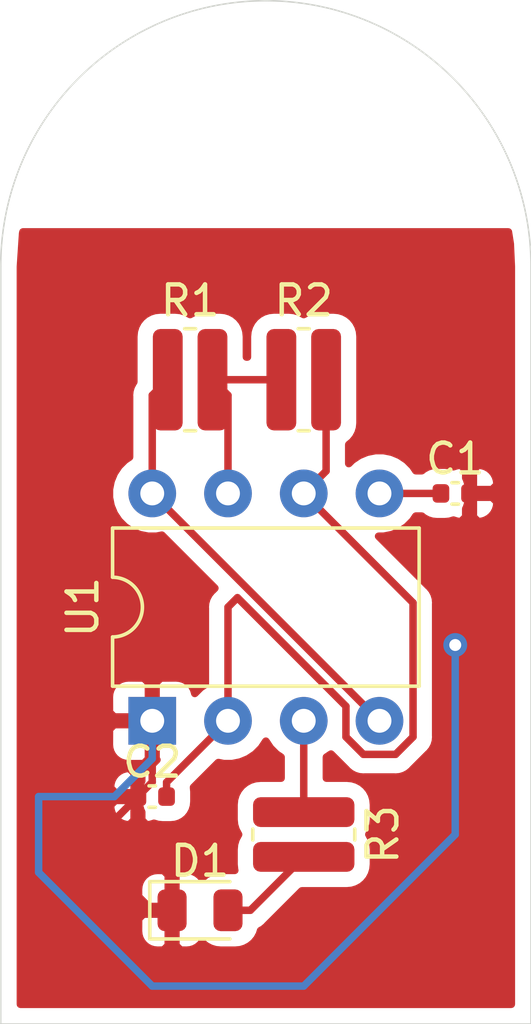
<source format=kicad_pcb>
(kicad_pcb (version 20171130) (host pcbnew 5.99.0+really5.1.10+dfsg1-1)

  (general
    (thickness 1.6)
    (drawings 4)
    (tracks 42)
    (zones 0)
    (modules 7)
    (nets 8)
  )

  (page A4)
  (layers
    (0 F.Cu signal)
    (31 B.Cu signal)
    (32 B.Adhes user)
    (33 F.Adhes user)
    (34 B.Paste user)
    (35 F.Paste user)
    (36 B.SilkS user)
    (37 F.SilkS user)
    (38 B.Mask user)
    (39 F.Mask user)
    (40 Dwgs.User user)
    (41 Cmts.User user)
    (42 Eco1.User user)
    (43 Eco2.User user)
    (44 Edge.Cuts user)
    (45 Margin user)
    (46 B.CrtYd user)
    (47 F.CrtYd user)
    (48 B.Fab user)
    (49 F.Fab user)
  )

  (setup
    (last_trace_width 0.25)
    (trace_clearance 0.2)
    (zone_clearance 0.508)
    (zone_45_only no)
    (trace_min 0.2)
    (via_size 0.8)
    (via_drill 0.4)
    (via_min_size 0.4)
    (via_min_drill 0.3)
    (uvia_size 0.3)
    (uvia_drill 0.1)
    (uvias_allowed no)
    (uvia_min_size 0.2)
    (uvia_min_drill 0.1)
    (edge_width 0.05)
    (segment_width 0.2)
    (pcb_text_width 0.3)
    (pcb_text_size 1.5 1.5)
    (mod_edge_width 0.12)
    (mod_text_size 1 1)
    (mod_text_width 0.15)
    (pad_size 1.524 1.524)
    (pad_drill 0.762)
    (pad_to_mask_clearance 0)
    (aux_axis_origin 0 0)
    (visible_elements FFFFFF7F)
    (pcbplotparams
      (layerselection 0x010fc_ffffffff)
      (usegerberextensions false)
      (usegerberattributes true)
      (usegerberadvancedattributes true)
      (creategerberjobfile true)
      (excludeedgelayer true)
      (linewidth 0.100000)
      (plotframeref false)
      (viasonmask false)
      (mode 1)
      (useauxorigin false)
      (hpglpennumber 1)
      (hpglpenspeed 20)
      (hpglpendiameter 15.000000)
      (psnegative false)
      (psa4output false)
      (plotreference true)
      (plotvalue true)
      (plotinvisibletext false)
      (padsonsilk false)
      (subtractmaskfromsilk false)
      (outputformat 1)
      (mirror false)
      (drillshape 1)
      (scaleselection 1)
      (outputdirectory ""))
  )

  (net 0 "")
  (net 1 "Net-(C1-Pad1)")
  (net 2 GND)
  (net 3 "Net-(C2-Pad2)")
  (net 4 "Net-(D1-Pad2)")
  (net 5 VDD)
  (net 6 "Net-(R1-Pad2)")
  (net 7 "Net-(R3-Pad1)")

  (net_class Default "This is the default net class."
    (clearance 0.2)
    (trace_width 0.25)
    (via_dia 0.8)
    (via_drill 0.4)
    (uvia_dia 0.3)
    (uvia_drill 0.1)
    (add_net GND)
    (add_net "Net-(C1-Pad1)")
    (add_net "Net-(C2-Pad2)")
    (add_net "Net-(D1-Pad2)")
    (add_net "Net-(R1-Pad2)")
    (add_net "Net-(R3-Pad1)")
    (add_net VDD)
  )

  (module Capacitor_SMD:C_0402_1005Metric (layer F.Cu) (tedit 5F68FEEE) (tstamp 619049CF)
    (at 106.68 67.31)
    (descr "Capacitor SMD 0402 (1005 Metric), square (rectangular) end terminal, IPC_7351 nominal, (Body size source: IPC-SM-782 page 76, https://www.pcb-3d.com/wordpress/wp-content/uploads/ipc-sm-782a_amendment_1_and_2.pdf), generated with kicad-footprint-generator")
    (tags capacitor)
    (path /61900F81)
    (attr smd)
    (fp_text reference C2 (at 0 -1.16) (layer F.SilkS)
      (effects (font (size 1 1) (thickness 0.15)))
    )
    (fp_text value 103 (at 0 1.16) (layer F.Fab)
      (effects (font (size 1 1) (thickness 0.15)))
    )
    (fp_text user %R (at 0 0) (layer F.Fab)
      (effects (font (size 0.25 0.25) (thickness 0.04)))
    )
    (fp_line (start -0.5 0.25) (end -0.5 -0.25) (layer F.Fab) (width 0.1))
    (fp_line (start -0.5 -0.25) (end 0.5 -0.25) (layer F.Fab) (width 0.1))
    (fp_line (start 0.5 -0.25) (end 0.5 0.25) (layer F.Fab) (width 0.1))
    (fp_line (start 0.5 0.25) (end -0.5 0.25) (layer F.Fab) (width 0.1))
    (fp_line (start -0.107836 -0.36) (end 0.107836 -0.36) (layer F.SilkS) (width 0.12))
    (fp_line (start -0.107836 0.36) (end 0.107836 0.36) (layer F.SilkS) (width 0.12))
    (fp_line (start -0.91 0.46) (end -0.91 -0.46) (layer F.CrtYd) (width 0.05))
    (fp_line (start -0.91 -0.46) (end 0.91 -0.46) (layer F.CrtYd) (width 0.05))
    (fp_line (start 0.91 -0.46) (end 0.91 0.46) (layer F.CrtYd) (width 0.05))
    (fp_line (start 0.91 0.46) (end -0.91 0.46) (layer F.CrtYd) (width 0.05))
    (pad 2 smd roundrect (at 0.48 0) (size 0.56 0.62) (layers F.Cu F.Paste F.Mask) (roundrect_rratio 0.25)
      (net 3 "Net-(C2-Pad2)"))
    (pad 1 smd roundrect (at -0.48 0) (size 0.56 0.62) (layers F.Cu F.Paste F.Mask) (roundrect_rratio 0.25)
      (net 2 GND))
    (model ${KISYS3DMOD}/Capacitor_SMD.3dshapes/C_0402_1005Metric.wrl
      (at (xyz 0 0 0))
      (scale (xyz 1 1 1))
      (rotate (xyz 0 0 0))
    )
  )

  (module Capacitor_SMD:C_0402_1005Metric (layer F.Cu) (tedit 5F68FEEE) (tstamp 619049AB)
    (at 116.84 57.15)
    (descr "Capacitor SMD 0402 (1005 Metric), square (rectangular) end terminal, IPC_7351 nominal, (Body size source: IPC-SM-782 page 76, https://www.pcb-3d.com/wordpress/wp-content/uploads/ipc-sm-782a_amendment_1_and_2.pdf), generated with kicad-footprint-generator")
    (tags capacitor)
    (path /619075E7)
    (attr smd)
    (fp_text reference C1 (at 0 -1.16) (layer F.SilkS)
      (effects (font (size 1 1) (thickness 0.15)))
    )
    (fp_text value "0.1 uf" (at 0 1.16) (layer F.Fab)
      (effects (font (size 1 1) (thickness 0.15)))
    )
    (fp_line (start 0.91 0.46) (end -0.91 0.46) (layer F.CrtYd) (width 0.05))
    (fp_line (start 0.91 -0.46) (end 0.91 0.46) (layer F.CrtYd) (width 0.05))
    (fp_line (start -0.91 -0.46) (end 0.91 -0.46) (layer F.CrtYd) (width 0.05))
    (fp_line (start -0.91 0.46) (end -0.91 -0.46) (layer F.CrtYd) (width 0.05))
    (fp_line (start -0.107836 0.36) (end 0.107836 0.36) (layer F.SilkS) (width 0.12))
    (fp_line (start -0.107836 -0.36) (end 0.107836 -0.36) (layer F.SilkS) (width 0.12))
    (fp_line (start 0.5 0.25) (end -0.5 0.25) (layer F.Fab) (width 0.1))
    (fp_line (start 0.5 -0.25) (end 0.5 0.25) (layer F.Fab) (width 0.1))
    (fp_line (start -0.5 -0.25) (end 0.5 -0.25) (layer F.Fab) (width 0.1))
    (fp_line (start -0.5 0.25) (end -0.5 -0.25) (layer F.Fab) (width 0.1))
    (fp_text user %R (at 0 0) (layer F.Fab)
      (effects (font (size 0.25 0.25) (thickness 0.04)))
    )
    (pad 1 smd roundrect (at -0.48 0) (size 0.56 0.62) (layers F.Cu F.Paste F.Mask) (roundrect_rratio 0.25)
      (net 1 "Net-(C1-Pad1)"))
    (pad 2 smd roundrect (at 0.48 0) (size 0.56 0.62) (layers F.Cu F.Paste F.Mask) (roundrect_rratio 0.25)
      (net 2 GND))
    (model ${KISYS3DMOD}/Capacitor_SMD.3dshapes/C_0402_1005Metric.wrl
      (at (xyz 0 0 0))
      (scale (xyz 1 1 1))
      (rotate (xyz 0 0 0))
    )
  )

  (module LED_SMD:LED_0805_2012Metric (layer F.Cu) (tedit 5F68FEF1) (tstamp 61904FD2)
    (at 108.2825 71.12)
    (descr "LED SMD 0805 (2012 Metric), square (rectangular) end terminal, IPC_7351 nominal, (Body size source: https://docs.google.com/spreadsheets/d/1BsfQQcO9C6DZCsRaXUlFlo91Tg2WpOkGARC1WS5S8t0/edit?usp=sharing), generated with kicad-footprint-generator")
    (tags LED)
    (path /619022F8)
    (attr smd)
    (fp_text reference D1 (at 0 -1.65) (layer F.SilkS)
      (effects (font (size 1 1) (thickness 0.15)))
    )
    (fp_text value LED (at 0 1.65) (layer F.Fab)
      (effects (font (size 1 1) (thickness 0.15)))
    )
    (fp_line (start 1.68 0.95) (end -1.68 0.95) (layer F.CrtYd) (width 0.05))
    (fp_line (start 1.68 -0.95) (end 1.68 0.95) (layer F.CrtYd) (width 0.05))
    (fp_line (start -1.68 -0.95) (end 1.68 -0.95) (layer F.CrtYd) (width 0.05))
    (fp_line (start -1.68 0.95) (end -1.68 -0.95) (layer F.CrtYd) (width 0.05))
    (fp_line (start -1.685 0.96) (end 1 0.96) (layer F.SilkS) (width 0.12))
    (fp_line (start -1.685 -0.96) (end -1.685 0.96) (layer F.SilkS) (width 0.12))
    (fp_line (start 1 -0.96) (end -1.685 -0.96) (layer F.SilkS) (width 0.12))
    (fp_line (start 1 0.6) (end 1 -0.6) (layer F.Fab) (width 0.1))
    (fp_line (start -1 0.6) (end 1 0.6) (layer F.Fab) (width 0.1))
    (fp_line (start -1 -0.3) (end -1 0.6) (layer F.Fab) (width 0.1))
    (fp_line (start -0.7 -0.6) (end -1 -0.3) (layer F.Fab) (width 0.1))
    (fp_line (start 1 -0.6) (end -0.7 -0.6) (layer F.Fab) (width 0.1))
    (fp_text user %R (at 0 0) (layer F.Fab)
      (effects (font (size 0.5 0.5) (thickness 0.08)))
    )
    (pad 1 smd roundrect (at -0.9375 0) (size 0.975 1.4) (layers F.Cu F.Paste F.Mask) (roundrect_rratio 0.25)
      (net 2 GND))
    (pad 2 smd roundrect (at 0.9375 0) (size 0.975 1.4) (layers F.Cu F.Paste F.Mask) (roundrect_rratio 0.25)
      (net 4 "Net-(D1-Pad2)"))
    (model ${KISYS3DMOD}/LED_SMD.3dshapes/LED_0805_2012Metric.wrl
      (at (xyz 0 0 0))
      (scale (xyz 1 1 1))
      (rotate (xyz 0 0 0))
    )
  )

  (module Resistor_SMD:R_0612_1632Metric (layer F.Cu) (tedit 5F68FEEE) (tstamp 619049F3)
    (at 107.95 53.34)
    (descr "Resistor SMD 0612 (1632 Metric), square (rectangular) end terminal, IPC_7351 nominal, (Body size source: https://www.vishay.com/docs/20019/rcwe.pdf), generated with kicad-footprint-generator")
    (tags resistor)
    (path /618FF933)
    (attr smd)
    (fp_text reference R1 (at 0 -2.65) (layer F.SilkS)
      (effects (font (size 1 1) (thickness 0.15)))
    )
    (fp_text value 1K (at 0 2.65) (layer F.Fab)
      (effects (font (size 1 1) (thickness 0.15)))
    )
    (fp_line (start 1.5 1.95) (end -1.5 1.95) (layer F.CrtYd) (width 0.05))
    (fp_line (start 1.5 -1.95) (end 1.5 1.95) (layer F.CrtYd) (width 0.05))
    (fp_line (start -1.5 -1.95) (end 1.5 -1.95) (layer F.CrtYd) (width 0.05))
    (fp_line (start -1.5 1.95) (end -1.5 -1.95) (layer F.CrtYd) (width 0.05))
    (fp_line (start -0.182983 1.71) (end 0.182983 1.71) (layer F.SilkS) (width 0.12))
    (fp_line (start -0.182983 -1.71) (end 0.182983 -1.71) (layer F.SilkS) (width 0.12))
    (fp_line (start 0.8 1.6) (end -0.8 1.6) (layer F.Fab) (width 0.1))
    (fp_line (start 0.8 -1.6) (end 0.8 1.6) (layer F.Fab) (width 0.1))
    (fp_line (start -0.8 -1.6) (end 0.8 -1.6) (layer F.Fab) (width 0.1))
    (fp_line (start -0.8 1.6) (end -0.8 -1.6) (layer F.Fab) (width 0.1))
    (fp_text user %R (at 0 0) (layer F.Fab)
      (effects (font (size 0.4 0.4) (thickness 0.06)))
    )
    (pad 1 smd roundrect (at -0.75 0) (size 1 3.4) (layers F.Cu F.Paste F.Mask) (roundrect_rratio 0.25)
      (net 5 VDD))
    (pad 2 smd roundrect (at 0.75 0) (size 1 3.4) (layers F.Cu F.Paste F.Mask) (roundrect_rratio 0.25)
      (net 6 "Net-(R1-Pad2)"))
    (model ${KISYS3DMOD}/Resistor_SMD.3dshapes/R_0612_1632Metric.wrl
      (at (xyz 0 0 0))
      (scale (xyz 1 1 1))
      (rotate (xyz 0 0 0))
    )
  )

  (module Resistor_SMD:R_0612_1632Metric (layer F.Cu) (tedit 5F68FEEE) (tstamp 6190508F)
    (at 111.76 53.34)
    (descr "Resistor SMD 0612 (1632 Metric), square (rectangular) end terminal, IPC_7351 nominal, (Body size source: https://www.vishay.com/docs/20019/rcwe.pdf), generated with kicad-footprint-generator")
    (tags resistor)
    (path /61900228)
    (attr smd)
    (fp_text reference R2 (at 0 -2.65) (layer F.SilkS)
      (effects (font (size 1 1) (thickness 0.15)))
    )
    (fp_text value 100K (at 0 2.65) (layer F.Fab)
      (effects (font (size 1 1) (thickness 0.15)))
    )
    (fp_text user %R (at 0 0) (layer F.Fab)
      (effects (font (size 0.4 0.4) (thickness 0.06)))
    )
    (fp_line (start -0.8 1.6) (end -0.8 -1.6) (layer F.Fab) (width 0.1))
    (fp_line (start -0.8 -1.6) (end 0.8 -1.6) (layer F.Fab) (width 0.1))
    (fp_line (start 0.8 -1.6) (end 0.8 1.6) (layer F.Fab) (width 0.1))
    (fp_line (start 0.8 1.6) (end -0.8 1.6) (layer F.Fab) (width 0.1))
    (fp_line (start -0.182983 -1.71) (end 0.182983 -1.71) (layer F.SilkS) (width 0.12))
    (fp_line (start -0.182983 1.71) (end 0.182983 1.71) (layer F.SilkS) (width 0.12))
    (fp_line (start -1.5 1.95) (end -1.5 -1.95) (layer F.CrtYd) (width 0.05))
    (fp_line (start -1.5 -1.95) (end 1.5 -1.95) (layer F.CrtYd) (width 0.05))
    (fp_line (start 1.5 -1.95) (end 1.5 1.95) (layer F.CrtYd) (width 0.05))
    (fp_line (start 1.5 1.95) (end -1.5 1.95) (layer F.CrtYd) (width 0.05))
    (pad 2 smd roundrect (at 0.75 0) (size 1 3.4) (layers F.Cu F.Paste F.Mask) (roundrect_rratio 0.25)
      (net 3 "Net-(C2-Pad2)"))
    (pad 1 smd roundrect (at -0.75 0) (size 1 3.4) (layers F.Cu F.Paste F.Mask) (roundrect_rratio 0.25)
      (net 6 "Net-(R1-Pad2)"))
    (model ${KISYS3DMOD}/Resistor_SMD.3dshapes/R_0612_1632Metric.wrl
      (at (xyz 0 0 0))
      (scale (xyz 1 1 1))
      (rotate (xyz 0 0 0))
    )
  )

  (module Resistor_SMD:R_0612_1632Metric (layer F.Cu) (tedit 5F68FEEE) (tstamp 61904A15)
    (at 111.76 68.58 270)
    (descr "Resistor SMD 0612 (1632 Metric), square (rectangular) end terminal, IPC_7351 nominal, (Body size source: https://www.vishay.com/docs/20019/rcwe.pdf), generated with kicad-footprint-generator")
    (tags resistor)
    (path /61901D55)
    (attr smd)
    (fp_text reference R3 (at 0 -2.65 90) (layer F.SilkS)
      (effects (font (size 1 1) (thickness 0.15)))
    )
    (fp_text value 100 (at 0 2.65 90) (layer F.Fab)
      (effects (font (size 1 1) (thickness 0.15)))
    )
    (fp_line (start 1.5 1.95) (end -1.5 1.95) (layer F.CrtYd) (width 0.05))
    (fp_line (start 1.5 -1.95) (end 1.5 1.95) (layer F.CrtYd) (width 0.05))
    (fp_line (start -1.5 -1.95) (end 1.5 -1.95) (layer F.CrtYd) (width 0.05))
    (fp_line (start -1.5 1.95) (end -1.5 -1.95) (layer F.CrtYd) (width 0.05))
    (fp_line (start -0.182983 1.71) (end 0.182983 1.71) (layer F.SilkS) (width 0.12))
    (fp_line (start -0.182983 -1.71) (end 0.182983 -1.71) (layer F.SilkS) (width 0.12))
    (fp_line (start 0.8 1.6) (end -0.8 1.6) (layer F.Fab) (width 0.1))
    (fp_line (start 0.8 -1.6) (end 0.8 1.6) (layer F.Fab) (width 0.1))
    (fp_line (start -0.8 -1.6) (end 0.8 -1.6) (layer F.Fab) (width 0.1))
    (fp_line (start -0.8 1.6) (end -0.8 -1.6) (layer F.Fab) (width 0.1))
    (fp_text user %R (at 0 0 90) (layer F.Fab)
      (effects (font (size 0.4 0.4) (thickness 0.06)))
    )
    (pad 1 smd roundrect (at -0.75 0 270) (size 1 3.4) (layers F.Cu F.Paste F.Mask) (roundrect_rratio 0.25)
      (net 7 "Net-(R3-Pad1)"))
    (pad 2 smd roundrect (at 0.75 0 270) (size 1 3.4) (layers F.Cu F.Paste F.Mask) (roundrect_rratio 0.25)
      (net 4 "Net-(D1-Pad2)"))
    (model ${KISYS3DMOD}/Resistor_SMD.3dshapes/R_0612_1632Metric.wrl
      (at (xyz 0 0 0))
      (scale (xyz 1 1 1))
      (rotate (xyz 0 0 0))
    )
  )

  (module Package_DIP:DIP-8_W7.62mm (layer F.Cu) (tedit 5A02E8C5) (tstamp 61904A31)
    (at 106.68 64.77 90)
    (descr "8-lead though-hole mounted DIP package, row spacing 7.62 mm (300 mils)")
    (tags "THT DIP DIL PDIP 2.54mm 7.62mm 300mil")
    (path /618FEACF)
    (fp_text reference U1 (at 3.81 -2.33 90) (layer F.SilkS)
      (effects (font (size 1 1) (thickness 0.15)))
    )
    (fp_text value NE555P (at 3.81 9.95 90) (layer F.Fab)
      (effects (font (size 1 1) (thickness 0.15)))
    )
    (fp_line (start 8.7 -1.55) (end -1.1 -1.55) (layer F.CrtYd) (width 0.05))
    (fp_line (start 8.7 9.15) (end 8.7 -1.55) (layer F.CrtYd) (width 0.05))
    (fp_line (start -1.1 9.15) (end 8.7 9.15) (layer F.CrtYd) (width 0.05))
    (fp_line (start -1.1 -1.55) (end -1.1 9.15) (layer F.CrtYd) (width 0.05))
    (fp_line (start 6.46 -1.33) (end 4.81 -1.33) (layer F.SilkS) (width 0.12))
    (fp_line (start 6.46 8.95) (end 6.46 -1.33) (layer F.SilkS) (width 0.12))
    (fp_line (start 1.16 8.95) (end 6.46 8.95) (layer F.SilkS) (width 0.12))
    (fp_line (start 1.16 -1.33) (end 1.16 8.95) (layer F.SilkS) (width 0.12))
    (fp_line (start 2.81 -1.33) (end 1.16 -1.33) (layer F.SilkS) (width 0.12))
    (fp_line (start 0.635 -0.27) (end 1.635 -1.27) (layer F.Fab) (width 0.1))
    (fp_line (start 0.635 8.89) (end 0.635 -0.27) (layer F.Fab) (width 0.1))
    (fp_line (start 6.985 8.89) (end 0.635 8.89) (layer F.Fab) (width 0.1))
    (fp_line (start 6.985 -1.27) (end 6.985 8.89) (layer F.Fab) (width 0.1))
    (fp_line (start 1.635 -1.27) (end 6.985 -1.27) (layer F.Fab) (width 0.1))
    (fp_arc (start 3.81 -1.33) (end 2.81 -1.33) (angle -180) (layer F.SilkS) (width 0.12))
    (fp_text user %R (at 3.81 3.81 90) (layer F.Fab)
      (effects (font (size 1 1) (thickness 0.15)))
    )
    (pad 1 thru_hole rect (at 0 0 90) (size 1.6 1.6) (drill 0.8) (layers *.Cu *.Mask)
      (net 2 GND))
    (pad 5 thru_hole oval (at 7.62 7.62 90) (size 1.6 1.6) (drill 0.8) (layers *.Cu *.Mask)
      (net 1 "Net-(C1-Pad1)"))
    (pad 2 thru_hole oval (at 0 2.54 90) (size 1.6 1.6) (drill 0.8) (layers *.Cu *.Mask)
      (net 3 "Net-(C2-Pad2)"))
    (pad 6 thru_hole oval (at 7.62 5.08 90) (size 1.6 1.6) (drill 0.8) (layers *.Cu *.Mask)
      (net 3 "Net-(C2-Pad2)"))
    (pad 3 thru_hole oval (at 0 5.08 90) (size 1.6 1.6) (drill 0.8) (layers *.Cu *.Mask)
      (net 7 "Net-(R3-Pad1)"))
    (pad 7 thru_hole oval (at 7.62 2.54 90) (size 1.6 1.6) (drill 0.8) (layers *.Cu *.Mask)
      (net 6 "Net-(R1-Pad2)"))
    (pad 4 thru_hole oval (at 0 7.62 90) (size 1.6 1.6) (drill 0.8) (layers *.Cu *.Mask)
      (net 5 VDD))
    (pad 8 thru_hole oval (at 7.62 0 90) (size 1.6 1.6) (drill 0.8) (layers *.Cu *.Mask)
      (net 5 VDD))
    (model ${KISYS3DMOD}/Package_DIP.3dshapes/DIP-8_W7.62mm.wrl
      (at (xyz 0 0 0))
      (scale (xyz 1 1 1))
      (rotate (xyz 0 0 0))
    )
  )

  (gr_arc (start 110.49 49.53) (end 119.38 49.53) (angle -180) (layer Edge.Cuts) (width 0.05))
  (gr_line (start 119.38 74.93) (end 119.38 49.53) (layer Edge.Cuts) (width 0.05))
  (gr_line (start 101.6 74.93) (end 119.38 74.93) (layer Edge.Cuts) (width 0.05))
  (gr_line (start 101.6 49.53) (end 101.6 74.93) (layer Edge.Cuts) (width 0.05))

  (segment (start 114.3 57.15) (end 116.36 57.15) (width 0.25) (layer F.Cu) (net 1))
  (segment (start 107.345 71.12) (end 106.68 71.12) (width 0.25) (layer F.Cu) (net 2))
  (segment (start 106.68 71.12) (end 104.14 68.58) (width 0.25) (layer F.Cu) (net 2))
  (segment (start 104.93 68.58) (end 106.2 67.31) (width 0.25) (layer F.Cu) (net 2))
  (segment (start 104.14 68.58) (end 104.93 68.58) (width 0.25) (layer F.Cu) (net 2))
  (segment (start 106.2 67.302374) (end 106.2 67.31) (width 0.25) (layer F.Cu) (net 2))
  (segment (start 106.68 66.822374) (end 106.2 67.302374) (width 0.25) (layer F.Cu) (net 2))
  (segment (start 106.68 64.77) (end 106.68 66.822374) (width 0.25) (layer F.Cu) (net 2))
  (segment (start 106.68 64.77) (end 106.68 66.04) (width 0.25) (layer B.Cu) (net 2))
  (segment (start 106.68 66.04) (end 105.41 67.31) (width 0.25) (layer B.Cu) (net 2))
  (segment (start 105.41 67.31) (end 104.14 67.31) (width 0.25) (layer B.Cu) (net 2))
  (segment (start 104.14 67.31) (end 102.87 67.31) (width 0.25) (layer B.Cu) (net 2))
  (segment (start 102.87 67.31) (end 102.87 69.85) (width 0.25) (layer B.Cu) (net 2))
  (segment (start 102.87 69.85) (end 106.68 73.66) (width 0.25) (layer B.Cu) (net 2))
  (segment (start 106.68 73.66) (end 111.76 73.66) (width 0.25) (layer B.Cu) (net 2))
  (segment (start 111.76 73.66) (end 116.84 68.58) (width 0.25) (layer B.Cu) (net 2))
  (via (at 116.84 62.23) (size 0.8) (drill 0.4) (layers F.Cu B.Cu) (net 2))
  (segment (start 116.84 68.58) (end 116.84 62.23) (width 0.25) (layer B.Cu) (net 2))
  (segment (start 117.32 61.75) (end 117.32 57.15) (width 0.25) (layer F.Cu) (net 2))
  (segment (start 116.84 62.23) (end 117.32 61.75) (width 0.25) (layer F.Cu) (net 2))
  (segment (start 112.51 56.4) (end 111.76 57.15) (width 0.25) (layer F.Cu) (net 3))
  (segment (start 112.51 53.34) (end 112.51 56.4) (width 0.25) (layer F.Cu) (net 3))
  (segment (start 107.16 66.83) (end 109.22 64.77) (width 0.25) (layer F.Cu) (net 3))
  (segment (start 107.16 67.31) (end 107.16 66.83) (width 0.25) (layer F.Cu) (net 3))
  (segment (start 115.425001 65.310001) (end 115.425001 60.815001) (width 0.25) (layer F.Cu) (net 3))
  (segment (start 115.425001 60.815001) (end 111.76 57.15) (width 0.25) (layer F.Cu) (net 3))
  (segment (start 114.840001 65.895001) (end 115.425001 65.310001) (width 0.25) (layer F.Cu) (net 3))
  (segment (start 113.759999 65.895001) (end 114.840001 65.895001) (width 0.25) (layer F.Cu) (net 3))
  (segment (start 113.174999 65.310001) (end 113.759999 65.895001) (width 0.25) (layer F.Cu) (net 3))
  (segment (start 113.174999 64.281409) (end 113.174999 65.310001) (width 0.25) (layer F.Cu) (net 3))
  (segment (start 109.536795 60.643205) (end 113.174999 64.281409) (width 0.25) (layer F.Cu) (net 3))
  (segment (start 109.22 60.96) (end 109.536795 60.643205) (width 0.25) (layer F.Cu) (net 3))
  (segment (start 109.22 64.77) (end 109.22 60.96) (width 0.25) (layer F.Cu) (net 3))
  (segment (start 109.97 71.12) (end 111.76 69.33) (width 0.25) (layer F.Cu) (net 4))
  (segment (start 109.22 71.12) (end 109.97 71.12) (width 0.25) (layer F.Cu) (net 4))
  (segment (start 106.68 53.86) (end 107.2 53.34) (width 0.25) (layer F.Cu) (net 5))
  (segment (start 106.68 57.15) (end 106.68 53.86) (width 0.25) (layer F.Cu) (net 5))
  (segment (start 114.3 64.77) (end 106.68 57.15) (width 0.25) (layer F.Cu) (net 5))
  (segment (start 109.22 53.86) (end 108.7 53.34) (width 0.25) (layer F.Cu) (net 6))
  (segment (start 109.22 57.15) (end 109.22 53.86) (width 0.25) (layer F.Cu) (net 6))
  (segment (start 108.7 53.34) (end 111.01 53.34) (width 0.25) (layer F.Cu) (net 6))
  (segment (start 111.76 67.83) (end 111.76 64.77) (width 0.25) (layer F.Cu) (net 7))

  (zone (net 2) (net_name GND) (layer F.Cu) (tstamp 0) (hatch edge 0.508)
    (connect_pads (clearance 0.508))
    (min_thickness 0.254)
    (fill yes (arc_segments 32) (thermal_gap 0.508) (thermal_bridge_width 0.508))
    (polygon
      (pts
        (xy 119.38 74.93) (xy 101.6 74.93) (xy 101.6 48.26) (xy 119.38 48.26)
      )
    )
    (filled_polygon
      (pts
        (xy 118.685765 48.79107) (xy 118.720001 49.545009) (xy 118.72 74.27) (xy 102.26 74.27) (xy 102.26 71.82)
        (xy 106.219428 71.82) (xy 106.231688 71.944482) (xy 106.267998 72.06418) (xy 106.326963 72.174494) (xy 106.406315 72.271185)
        (xy 106.503006 72.350537) (xy 106.61332 72.409502) (xy 106.733018 72.445812) (xy 106.8575 72.458072) (xy 107.05925 72.455)
        (xy 107.218 72.29625) (xy 107.218 71.247) (xy 106.38125 71.247) (xy 106.2225 71.40575) (xy 106.219428 71.82)
        (xy 102.26 71.82) (xy 102.26 70.42) (xy 106.219428 70.42) (xy 106.2225 70.83425) (xy 106.38125 70.993)
        (xy 107.218 70.993) (xy 107.218 69.94375) (xy 107.05925 69.785) (xy 106.8575 69.781928) (xy 106.733018 69.794188)
        (xy 106.61332 69.830498) (xy 106.503006 69.889463) (xy 106.406315 69.968815) (xy 106.326963 70.065506) (xy 106.267998 70.17582)
        (xy 106.231688 70.295518) (xy 106.219428 70.42) (xy 102.26 70.42) (xy 102.26 67.617077) (xy 105.281935 67.617077)
        (xy 105.293625 67.741613) (xy 105.329386 67.861476) (xy 105.387844 67.972059) (xy 105.466753 68.069113) (xy 105.563079 68.148908)
        (xy 105.673122 68.208377) (xy 105.792652 68.245235) (xy 105.91425 68.255) (xy 106.073 68.09625) (xy 106.073 67.437)
        (xy 105.44375 67.437) (xy 105.285 67.59575) (xy 105.281935 67.617077) (xy 102.26 67.617077) (xy 102.26 67.002923)
        (xy 105.281935 67.002923) (xy 105.285 67.02425) (xy 105.44375 67.183) (xy 106.073 67.183) (xy 106.073 66.52375)
        (xy 105.91425 66.365) (xy 105.792652 66.374765) (xy 105.673122 66.411623) (xy 105.563079 66.471092) (xy 105.466753 66.550887)
        (xy 105.387844 66.647941) (xy 105.329386 66.758524) (xy 105.293625 66.878387) (xy 105.281935 67.002923) (xy 102.26 67.002923)
        (xy 102.26 65.57) (xy 105.241928 65.57) (xy 105.254188 65.694482) (xy 105.290498 65.81418) (xy 105.349463 65.924494)
        (xy 105.428815 66.021185) (xy 105.525506 66.100537) (xy 105.63582 66.159502) (xy 105.755518 66.195812) (xy 105.88 66.208072)
        (xy 106.39425 66.205) (xy 106.553 66.04625) (xy 106.553 64.897) (xy 105.40375 64.897) (xy 105.245 65.05575)
        (xy 105.241928 65.57) (xy 102.26 65.57) (xy 102.26 63.97) (xy 105.241928 63.97) (xy 105.245 64.48425)
        (xy 105.40375 64.643) (xy 106.553 64.643) (xy 106.553 63.49375) (xy 106.39425 63.335) (xy 105.88 63.331928)
        (xy 105.755518 63.344188) (xy 105.63582 63.380498) (xy 105.525506 63.439463) (xy 105.428815 63.518815) (xy 105.349463 63.615506)
        (xy 105.290498 63.72582) (xy 105.254188 63.845518) (xy 105.241928 63.97) (xy 102.26 63.97) (xy 102.26 57.008665)
        (xy 105.245 57.008665) (xy 105.245 57.291335) (xy 105.300147 57.568574) (xy 105.40832 57.829727) (xy 105.565363 58.064759)
        (xy 105.765241 58.264637) (xy 106.000273 58.42168) (xy 106.261426 58.529853) (xy 106.538665 58.585) (xy 106.821335 58.585)
        (xy 107.003887 58.548688) (xy 108.780199 60.325) (xy 108.708998 60.396201) (xy 108.68 60.419999) (xy 108.656202 60.448997)
        (xy 108.656201 60.448998) (xy 108.585026 60.535724) (xy 108.514454 60.667754) (xy 108.48418 60.767558) (xy 108.470998 60.811014)
        (xy 108.460001 60.922667) (xy 108.456324 60.96) (xy 108.460001 60.997332) (xy 108.46 63.551956) (xy 108.305241 63.655363)
        (xy 108.106643 63.853961) (xy 108.105812 63.845518) (xy 108.069502 63.72582) (xy 108.010537 63.615506) (xy 107.931185 63.518815)
        (xy 107.834494 63.439463) (xy 107.72418 63.380498) (xy 107.604482 63.344188) (xy 107.48 63.331928) (xy 106.96575 63.335)
        (xy 106.807 63.49375) (xy 106.807 64.643) (xy 106.827 64.643) (xy 106.827 64.897) (xy 106.807 64.897)
        (xy 106.807 66.04625) (xy 106.837974 66.077224) (xy 106.648998 66.266201) (xy 106.62 66.289999) (xy 106.553953 66.370477)
        (xy 106.48575 66.365) (xy 106.327 66.52375) (xy 106.327 66.793892) (xy 106.301155 66.842245) (xy 106.256878 66.988206)
        (xy 106.241928 67.14) (xy 106.241928 67.48) (xy 106.256878 67.631794) (xy 106.301155 67.777755) (xy 106.327 67.826108)
        (xy 106.327 68.09625) (xy 106.48575 68.255) (xy 106.607348 68.245235) (xy 106.726878 68.208377) (xy 106.736509 68.203172)
        (xy 106.868206 68.243122) (xy 107.02 68.258072) (xy 107.3 68.258072) (xy 107.451794 68.243122) (xy 107.597755 68.198845)
        (xy 107.732274 68.126943) (xy 107.85018 68.03018) (xy 107.946943 67.912274) (xy 108.018845 67.777755) (xy 108.063122 67.631794)
        (xy 108.078072 67.48) (xy 108.078072 67.14) (xy 108.06433 67.000471) (xy 108.896114 66.168688) (xy 109.078665 66.205)
        (xy 109.361335 66.205) (xy 109.638574 66.149853) (xy 109.899727 66.04168) (xy 110.134759 65.884637) (xy 110.334637 65.684759)
        (xy 110.49 65.452241) (xy 110.645363 65.684759) (xy 110.845241 65.884637) (xy 111.000001 65.988044) (xy 111 66.691928)
        (xy 110.31 66.691928) (xy 110.136746 66.708992) (xy 109.97015 66.759528) (xy 109.816614 66.841595) (xy 109.682038 66.952038)
        (xy 109.571595 67.086614) (xy 109.489528 67.24015) (xy 109.438992 67.406746) (xy 109.421928 67.58) (xy 109.421928 68.08)
        (xy 109.438992 68.253254) (xy 109.489528 68.41985) (xy 109.571595 68.573386) (xy 109.577023 68.58) (xy 109.571595 68.586614)
        (xy 109.489528 68.74015) (xy 109.438992 68.906746) (xy 109.421928 69.08) (xy 109.421928 69.58) (xy 109.438992 69.753254)
        (xy 109.44769 69.781928) (xy 108.97625 69.781928) (xy 108.804215 69.798872) (xy 108.638791 69.849053) (xy 108.486336 69.930542)
        (xy 108.352708 70.040208) (xy 108.347492 70.046564) (xy 108.283685 69.968815) (xy 108.186994 69.889463) (xy 108.07668 69.830498)
        (xy 107.956982 69.794188) (xy 107.8325 69.781928) (xy 107.63075 69.785) (xy 107.472 69.94375) (xy 107.472 70.993)
        (xy 107.492 70.993) (xy 107.492 71.247) (xy 107.472 71.247) (xy 107.472 72.29625) (xy 107.63075 72.455)
        (xy 107.8325 72.458072) (xy 107.956982 72.445812) (xy 108.07668 72.409502) (xy 108.186994 72.350537) (xy 108.283685 72.271185)
        (xy 108.347492 72.193436) (xy 108.352708 72.199792) (xy 108.486336 72.309458) (xy 108.638791 72.390947) (xy 108.804215 72.441128)
        (xy 108.97625 72.458072) (xy 109.46375 72.458072) (xy 109.635785 72.441128) (xy 109.801209 72.390947) (xy 109.953664 72.309458)
        (xy 110.087292 72.199792) (xy 110.196958 72.066164) (xy 110.278447 71.913709) (xy 110.313502 71.798149) (xy 110.394276 71.754974)
        (xy 110.510001 71.660001) (xy 110.533804 71.630997) (xy 111.69673 70.468072) (xy 113.21 70.468072) (xy 113.383254 70.451008)
        (xy 113.54985 70.400472) (xy 113.703386 70.318405) (xy 113.837962 70.207962) (xy 113.948405 70.073386) (xy 114.030472 69.91985)
        (xy 114.081008 69.753254) (xy 114.098072 69.58) (xy 114.098072 69.08) (xy 114.081008 68.906746) (xy 114.030472 68.74015)
        (xy 113.948405 68.586614) (xy 113.942977 68.58) (xy 113.948405 68.573386) (xy 114.030472 68.41985) (xy 114.081008 68.253254)
        (xy 114.098072 68.08) (xy 114.098072 67.58) (xy 114.081008 67.406746) (xy 114.030472 67.24015) (xy 113.948405 67.086614)
        (xy 113.837962 66.952038) (xy 113.703386 66.841595) (xy 113.54985 66.759528) (xy 113.383254 66.708992) (xy 113.21 66.691928)
        (xy 112.52 66.691928) (xy 112.52 65.988043) (xy 112.674759 65.884637) (xy 112.674796 65.8846) (xy 113.196199 66.406003)
        (xy 113.219998 66.435002) (xy 113.248996 66.4588) (xy 113.335722 66.529975) (xy 113.447683 66.58982) (xy 113.467752 66.600547)
        (xy 113.611013 66.644004) (xy 113.722666 66.655001) (xy 113.722676 66.655001) (xy 113.759999 66.658677) (xy 113.797322 66.655001)
        (xy 114.802679 66.655001) (xy 114.840001 66.658677) (xy 114.877323 66.655001) (xy 114.877334 66.655001) (xy 114.988987 66.644004)
        (xy 115.132248 66.600547) (xy 115.264277 66.529975) (xy 115.380002 66.435002) (xy 115.403804 66.405999) (xy 115.936005 65.873799)
        (xy 115.965002 65.850002) (xy 115.9944 65.81418) (xy 116.059975 65.734278) (xy 116.130547 65.602248) (xy 116.151347 65.533677)
        (xy 116.174004 65.458987) (xy 116.185001 65.347334) (xy 116.185001 65.347324) (xy 116.188677 65.310001) (xy 116.185001 65.272678)
        (xy 116.185001 60.852323) (xy 116.188677 60.815) (xy 116.185001 60.777677) (xy 116.185001 60.777668) (xy 116.174004 60.666015)
        (xy 116.130547 60.522754) (xy 116.075623 60.419999) (xy 116.059975 60.390724) (xy 115.9888 60.303998) (xy 115.965002 60.275)
        (xy 115.936004 60.251202) (xy 114.269802 58.585) (xy 114.441335 58.585) (xy 114.718574 58.529853) (xy 114.979727 58.42168)
        (xy 115.214759 58.264637) (xy 115.414637 58.064759) (xy 115.518043 57.91) (xy 115.718341 57.91) (xy 115.787726 57.966943)
        (xy 115.922245 58.038845) (xy 116.068206 58.083122) (xy 116.22 58.098072) (xy 116.5 58.098072) (xy 116.651794 58.083122)
        (xy 116.783491 58.043172) (xy 116.793122 58.048377) (xy 116.912652 58.085235) (xy 117.03425 58.095) (xy 117.193 57.93625)
        (xy 117.193 57.666108) (xy 117.218845 57.617755) (xy 117.263122 57.471794) (xy 117.278072 57.32) (xy 117.278072 57.277)
        (xy 117.447 57.277) (xy 117.447 57.93625) (xy 117.60575 58.095) (xy 117.727348 58.085235) (xy 117.846878 58.048377)
        (xy 117.956921 57.988908) (xy 118.053247 57.909113) (xy 118.132156 57.812059) (xy 118.190614 57.701476) (xy 118.226375 57.581613)
        (xy 118.238065 57.457077) (xy 118.235 57.43575) (xy 118.07625 57.277) (xy 117.447 57.277) (xy 117.278072 57.277)
        (xy 117.278072 56.98) (xy 117.263122 56.828206) (xy 117.218845 56.682245) (xy 117.193 56.633892) (xy 117.193 56.36375)
        (xy 117.447 56.36375) (xy 117.447 57.023) (xy 118.07625 57.023) (xy 118.235 56.86425) (xy 118.238065 56.842923)
        (xy 118.226375 56.718387) (xy 118.190614 56.598524) (xy 118.132156 56.487941) (xy 118.053247 56.390887) (xy 117.956921 56.311092)
        (xy 117.846878 56.251623) (xy 117.727348 56.214765) (xy 117.60575 56.205) (xy 117.447 56.36375) (xy 117.193 56.36375)
        (xy 117.03425 56.205) (xy 116.912652 56.214765) (xy 116.793122 56.251623) (xy 116.783491 56.256828) (xy 116.651794 56.216878)
        (xy 116.5 56.201928) (xy 116.22 56.201928) (xy 116.068206 56.216878) (xy 115.922245 56.261155) (xy 115.787726 56.333057)
        (xy 115.718341 56.39) (xy 115.518043 56.39) (xy 115.414637 56.235241) (xy 115.214759 56.035363) (xy 114.979727 55.87832)
        (xy 114.718574 55.770147) (xy 114.441335 55.715) (xy 114.158665 55.715) (xy 113.881426 55.770147) (xy 113.620273 55.87832)
        (xy 113.385241 56.035363) (xy 113.27 56.150604) (xy 113.27 55.51477) (xy 113.387962 55.417962) (xy 113.498405 55.283386)
        (xy 113.580472 55.12985) (xy 113.631008 54.963254) (xy 113.648072 54.79) (xy 113.648072 51.89) (xy 113.631008 51.716746)
        (xy 113.580472 51.55015) (xy 113.498405 51.396614) (xy 113.387962 51.262038) (xy 113.253386 51.151595) (xy 113.09985 51.069528)
        (xy 112.933254 51.018992) (xy 112.76 51.001928) (xy 112.26 51.001928) (xy 112.086746 51.018992) (xy 111.92015 51.069528)
        (xy 111.766614 51.151595) (xy 111.76 51.157023) (xy 111.753386 51.151595) (xy 111.59985 51.069528) (xy 111.433254 51.018992)
        (xy 111.26 51.001928) (xy 110.76 51.001928) (xy 110.586746 51.018992) (xy 110.42015 51.069528) (xy 110.266614 51.151595)
        (xy 110.132038 51.262038) (xy 110.021595 51.396614) (xy 109.939528 51.55015) (xy 109.888992 51.716746) (xy 109.871928 51.89)
        (xy 109.871928 52.58) (xy 109.838072 52.58) (xy 109.838072 51.89) (xy 109.821008 51.716746) (xy 109.770472 51.55015)
        (xy 109.688405 51.396614) (xy 109.577962 51.262038) (xy 109.443386 51.151595) (xy 109.28985 51.069528) (xy 109.123254 51.018992)
        (xy 108.95 51.001928) (xy 108.45 51.001928) (xy 108.276746 51.018992) (xy 108.11015 51.069528) (xy 107.956614 51.151595)
        (xy 107.95 51.157023) (xy 107.943386 51.151595) (xy 107.78985 51.069528) (xy 107.623254 51.018992) (xy 107.45 51.001928)
        (xy 106.95 51.001928) (xy 106.776746 51.018992) (xy 106.61015 51.069528) (xy 106.456614 51.151595) (xy 106.322038 51.262038)
        (xy 106.211595 51.396614) (xy 106.129528 51.55015) (xy 106.078992 51.716746) (xy 106.061928 51.89) (xy 106.061928 53.415129)
        (xy 106.045026 53.435724) (xy 105.974454 53.567754) (xy 105.954891 53.632247) (xy 105.930999 53.711013) (xy 105.930998 53.711015)
        (xy 105.916324 53.86) (xy 105.920001 53.897332) (xy 105.92 55.931956) (xy 105.765241 56.035363) (xy 105.565363 56.235241)
        (xy 105.40832 56.470273) (xy 105.300147 56.731426) (xy 105.245 57.008665) (xy 102.26 57.008665) (xy 102.26 49.551895)
        (xy 102.333738 48.441723) (xy 102.344772 48.387) (xy 118.621767 48.387)
      )
    )
  )
)

</source>
